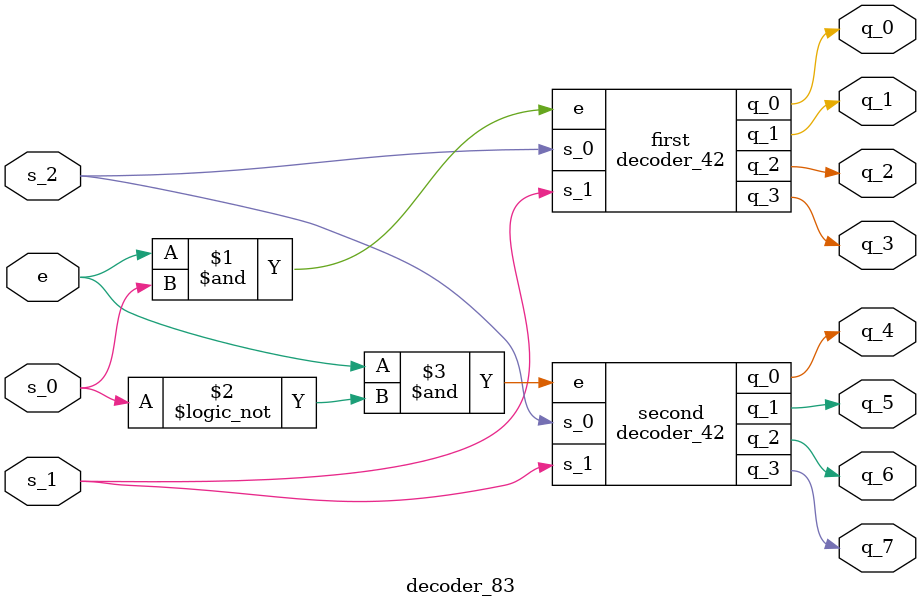
<source format=v>
module decoder_21(
    input e,s,
	 output I_0,I_1
);
assign I_0= e & (!s);
assign I_1= e & (s);
endmodule

module decoder_42(
input s_0,s_1,e,
output q_0,q_1,q_2,q_3
    );
	 
decoder_21 first(!s_1 & e,s_0,q_0,q_1);
decoder_21 second(s_1 & e,s_0,q_2,q_3);
endmodule

module decoder_83(
input s_0,s_1,s_2,e,
output q_0,q_1,q_2,q_3,q_4,q_5,q_6,q_7
    );
decoder_42 first(s_2,s_1,e & s_0,q_0,q_1,q_2,q_3);
decoder_42 second(s_2,s_1,e & !s_0,q_4,q_5,q_6,q_7);
endmodule

</source>
